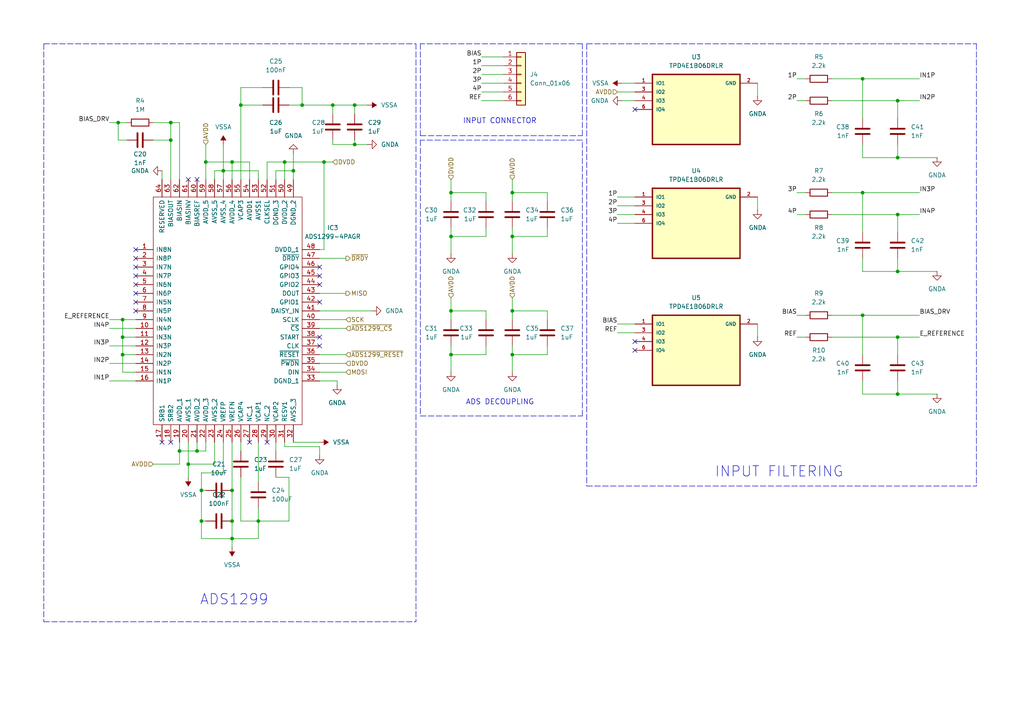
<source format=kicad_sch>
(kicad_sch (version 20231120) (generator "eeschema") (generator_version "8.0")
  (paper "A4")
  (lib_symbols
    (symbol "ADS1299-4PAGR:ADS1299-4PAGR" (pin_names (offset 0.762))
      (property "Reference" "IC" (at 49.53 20.32 0))
      (property "Value" "ADS1299-4PAGR" (at 49.53 17.78 0))
      (symbol "ADS1299-4PAGR_0_0"
        (pin passive line (at 0 0 0) (length 5.08) (name "IN8N") (number "1"))
        (pin passive line (at 0 -22.86 0) (length 5.08) (name "IN4P") (number "10"))
        (pin passive line (at 0 -25.4 0) (length 5.08) (name "IN3N") (number "11"))
        (pin passive line (at 0 -27.94 0) (length 5.08) (name "IN3P") (number "12"))
        (pin passive line (at 0 -30.48 0) (length 5.08) (name "IN2N") (number "13"))
        (pin passive line (at 0 -33.02 0) (length 5.08) (name "IN2P") (number "14"))
        (pin passive line (at 0 -35.56 0) (length 5.08) (name "IN1N") (number "15"))
        (pin passive line (at 0 -38.1 0) (length 5.08) (name "IN1P") (number "16"))
        (pin passive line (at 7.62 -55.88 90) (length 5.08) (name "SRB1") (number "17"))
        (pin passive line (at 10.16 -55.88 90) (length 5.08) (name "SRB2") (number "18"))
        (pin passive line (at 12.7 -55.88 90) (length 5.08) (name "AVDD_1") (number "19"))
        (pin passive line (at 0 -2.54 0) (length 5.08) (name "IN8P") (number "2"))
        (pin passive line (at 15.24 -55.88 90) (length 5.08) (name "AVSS_1") (number "20"))
        (pin passive line (at 17.78 -55.88 90) (length 5.08) (name "AVDD_2") (number "21"))
        (pin passive line (at 20.32 -55.88 90) (length 5.08) (name "AVDD_3") (number "22"))
        (pin passive line (at 22.86 -55.88 90) (length 5.08) (name "AVSS_2") (number "23"))
        (pin passive line (at 25.4 -55.88 90) (length 5.08) (name "VREFP") (number "24"))
        (pin passive line (at 27.94 -55.88 90) (length 5.08) (name "VREFN") (number "25"))
        (pin passive line (at 30.48 -55.88 90) (length 5.08) (name "VCAP4") (number "26"))
        (pin passive line (at 33.02 -55.88 90) (length 5.08) (name "NC_1") (number "27"))
        (pin passive line (at 35.56 -55.88 90) (length 5.08) (name "VCAP1") (number "28"))
        (pin passive line (at 38.1 -55.88 90) (length 5.08) (name "NC_2") (number "29"))
        (pin passive line (at 0 -5.08 0) (length 5.08) (name "IN7N") (number "3"))
        (pin passive line (at 40.64 -55.88 90) (length 5.08) (name "VCAP2") (number "30"))
        (pin passive line (at 43.18 -55.88 90) (length 5.08) (name "RESV1") (number "31"))
        (pin passive line (at 45.72 -55.88 90) (length 5.08) (name "AVSS_3") (number "32"))
        (pin passive line (at 53.34 -38.1 180) (length 5.08) (name "DGND_1") (number "33"))
        (pin passive line (at 53.34 -35.56 180) (length 5.08) (name "DIN") (number "34"))
        (pin passive line (at 53.34 -33.02 180) (length 5.08) (name "~{PWDN}") (number "35"))
        (pin passive line (at 53.34 -30.48 180) (length 5.08) (name "~{RESET}") (number "36"))
        (pin passive line (at 53.34 -27.94 180) (length 5.08) (name "CLK") (number "37"))
        (pin passive line (at 53.34 -25.4 180) (length 5.08) (name "START") (number "38"))
        (pin passive line (at 53.34 -22.86 180) (length 5.08) (name "~{CS}") (number "39"))
        (pin passive line (at 0 -7.62 0) (length 5.08) (name "IN7P") (number "4"))
        (pin passive line (at 53.34 -20.32 180) (length 5.08) (name "SCLK") (number "40"))
        (pin passive line (at 53.34 -17.78 180) (length 5.08) (name "DAISY_IN") (number "41"))
        (pin passive line (at 53.34 -15.24 180) (length 5.08) (name "GPIO1") (number "42"))
        (pin passive line (at 53.34 -12.7 180) (length 5.08) (name "DOUT") (number "43"))
        (pin passive line (at 53.34 -10.16 180) (length 5.08) (name "GPIO2") (number "44"))
        (pin passive line (at 53.34 -7.62 180) (length 5.08) (name "GPIO3") (number "45"))
        (pin passive line (at 53.34 -5.08 180) (length 5.08) (name "GPIO4") (number "46"))
        (pin passive line (at 53.34 -2.54 180) (length 5.08) (name "~{DRDY}") (number "47"))
        (pin passive line (at 53.34 0 180) (length 5.08) (name "DVDD_1") (number "48"))
        (pin passive line (at 45.72 20.32 270) (length 5.08) (name "DGND_2") (number "49"))
        (pin passive line (at 0 -10.16 0) (length 5.08) (name "IN6N") (number "5"))
        (pin passive line (at 43.18 20.32 270) (length 5.08) (name "DVDD_2") (number "50"))
        (pin passive line (at 40.64 20.32 270) (length 5.08) (name "DGND_3") (number "51"))
        (pin passive line (at 38.1 20.32 270) (length 5.08) (name "CLKSEL") (number "52"))
        (pin passive line (at 35.56 20.32 270) (length 5.08) (name "AVSS1") (number "53"))
        (pin passive line (at 33.02 20.32 270) (length 5.08) (name "AVDD1") (number "54"))
        (pin passive line (at 30.48 20.32 270) (length 5.08) (name "VCAP3") (number "55"))
        (pin passive line (at 27.94 20.32 270) (length 5.08) (name "AVDD_4") (number "56"))
        (pin passive line (at 25.4 20.32 270) (length 5.08) (name "AVSS_4") (number "57"))
        (pin passive line (at 22.86 20.32 270) (length 5.08) (name "AVSS_5") (number "58"))
        (pin passive line (at 20.32 20.32 270) (length 5.08) (name "AVDD_5") (number "59"))
        (pin passive line (at 0 -12.7 0) (length 5.08) (name "IN6P") (number "6"))
        (pin passive line (at 17.78 20.32 270) (length 5.08) (name "BIASREF") (number "60"))
        (pin passive line (at 15.24 20.32 270) (length 5.08) (name "BIASINV") (number "61"))
        (pin passive line (at 12.7 20.32 270) (length 5.08) (name "BIASIN") (number "62"))
        (pin passive line (at 10.16 20.32 270) (length 5.08) (name "BIASOUT") (number "63"))
        (pin passive line (at 7.62 20.32 270) (length 5.08) (name "RESERVED") (number "64"))
        (pin passive line (at 0 -15.24 0) (length 5.08) (name "IN5N") (number "7"))
        (pin passive line (at 0 -17.78 0) (length 5.08) (name "IN5P") (number "8"))
        (pin passive line (at 0 -20.32 0) (length 5.08) (name "IN4N") (number "9"))
      )
    )
    (symbol "Connector_Generic:Conn_01x06" (pin_names (offset 1.016) hide)
      (property "Reference" "J" (at 0 7.62 0))
      (property "Value" "Conn_01x06" (at 0 -10.16 0))
      (symbol "Conn_01x06_1_1"
        (pin passive line (at -5.08 5.08 0) (length 3.81) (name "Pin_1") (number "1"))
        (pin passive line (at -5.08 2.54 0) (length 3.81) (name "Pin_2") (number "2"))
        (pin passive line (at -5.08 0 0) (length 3.81) (name "Pin_3") (number "3"))
        (pin passive line (at -5.08 -2.54 0) (length 3.81) (name "Pin_4") (number "4"))
        (pin passive line (at -5.08 -5.08 0) (length 3.81) (name "Pin_5") (number "5"))
        (pin passive line (at -5.08 -7.62 0) (length 3.81) (name "Pin_6") (number "6"))
      )
    )
    (symbol "Device:C" (pin_numbers hide) (pin_names (offset 0.254))
      (property "Reference" "C" (at 0.635 2.54 0))
      (property "Value" "C" (at 0.635 -2.54 0))
      (symbol "C_1_1"
        (pin passive line (at 0 3.81 270) (length 2.794) (name "~") (number "1"))
        (pin passive line (at 0 -3.81 90) (length 2.794) (name "~") (number "2"))
      )
    )
    (symbol "Device:R" (pin_numbers hide) (pin_names (offset 0))
      (property "Reference" "R" (at 2.032 0 90))
      (property "Value" "R" (at 0 0 90))
      (symbol "R_1_1"
        (pin passive line (at 0 3.81 270) (length 1.27) (name "~") (number "1"))
        (pin passive line (at 0 -3.81 90) (length 1.27) (name "~") (number "2"))
      )
    )
    (symbol "TPD4E1B06DRLR:TPD4E1B06DRLR" (pin_names (offset 1.016))
      (property "Reference" "U" (at -12.7 11.16 0))
      (property "Value" "TPD4E1B06DRLR" (at -12.7 -14.16 0))
      (symbol "TPD4E1B06DRLR_0_0"
        (pin bidirectional line (at -17.78 7.62 0) (length 5.08) (name "IO1") (number "1"))
        (pin power_in line (at 17.78 7.62 180) (length 5.08) (name "GND") (number "2"))
        (pin bidirectional line (at -17.78 5.08 0) (length 5.08) (name "IO2") (number "3"))
        (pin bidirectional line (at -17.78 2.54 0) (length 5.08) (name "IO3") (number "4"))
        (pin bidirectional line (at -17.78 0 0) (length 5.08) (name "IO4") (number "6"))
      )
    )
    (symbol "power:GNDA" (power) (pin_numbers hide) (pin_names (offset 0) hide)
      (property "Value" "GNDA" (at 0 -3.81 0))
      (symbol "GNDA_1_1"
        (pin power_in line (at 0 0 270) (length 0) (name "~") (number "1"))
      )
    )
    (symbol "power:VSSA" (power) (pin_numbers hide) (pin_names (offset 0) hide)
      (property "Value" "VSSA" (at 0 3.556 0))
      (symbol "VSSA_1_1"
        (pin power_in line (at 0 0 90) (length 0) (name "~") (number "1"))
      )
    )
  )
  (junction (at 35.56 102.87))
  (junction (at 67.31 142.24))
  (junction (at 260.35 62.23))
  (junction (at 57.15 130.81))
  (junction (at 67.31 156.21))
  (junction (at 260.35 45.72))
  (junction (at 102.87 30.48))
  (junction (at 52.07 130.81))
  (junction (at 260.35 78.74))
  (junction (at 148.59 90.17))
  (junction (at 74.93 151.13))
  (junction (at 96.52 30.48))
  (junction (at 35.56 92.71))
  (junction (at 54.61 134.62))
  (junction (at 102.87 41.91))
  (junction (at 58.42 151.13))
  (junction (at 82.55 46.99))
  (junction (at 260.35 114.3))
  (junction (at 49.53 40.64))
  (junction (at 49.53 35.56))
  (junction (at 93.98 46.99))
  (junction (at 69.85 30.48))
  (junction (at 250.19 22.86))
  (junction (at 35.56 97.79))
  (junction (at 130.81 68.58))
  (junction (at 67.31 46.99))
  (junction (at 87.63 30.48))
  (junction (at 85.09 49.53))
  (junction (at 64.77 49.53))
  (junction (at 260.35 97.79))
  (junction (at 34.29 35.56))
  (junction (at 148.59 68.58))
  (junction (at 250.19 91.44))
  (junction (at 58.42 142.24))
  (junction (at 148.59 102.87))
  (junction (at 67.31 151.13))
  (junction (at 130.81 102.87))
  (junction (at 130.81 90.17))
  (junction (at 148.59 55.88))
  (junction (at 130.81 55.88))
  (junction (at 250.19 55.88))
  (junction (at 260.35 29.21))
  (junction (at 59.69 46.99))
  (no_connect (at 77.47 128.27))
  (no_connect (at 92.71 87.63))
  (no_connect (at 39.37 77.47))
  (no_connect (at 92.71 80.01))
  (no_connect (at 39.37 80.01))
  (no_connect (at 184.15 101.6))
  (no_connect (at 57.15 52.07))
  (no_connect (at 39.37 85.09))
  (no_connect (at 92.71 97.79))
  (no_connect (at 92.71 100.33))
  (no_connect (at 54.61 52.07))
  (no_connect (at 72.39 128.27))
  (no_connect (at 39.37 82.55))
  (no_connect (at 39.37 87.63))
  (no_connect (at 184.15 31.75))
  (no_connect (at 184.15 99.06))
  (no_connect (at 39.37 72.39))
  (no_connect (at 49.53 128.27))
  (no_connect (at 92.71 82.55))
  (no_connect (at 46.99 128.27))
  (no_connect (at 92.71 77.47))
  (no_connect (at 39.37 74.93))
  (no_connect (at 39.37 90.17))
  (wire (pts (xy 148.59 66.04) (xy 148.59 68.58)))
  (wire (pts (xy 219.71 24.13) (xy 219.71 27.94)))
  (polyline (pts (xy 168.91 12.7) (xy 121.92 12.7)) (stroke (width 0) (type dash)))
  (wire (pts (xy 35.56 97.79) (xy 39.37 97.79)))
  (wire (pts (xy 130.81 58.42) (xy 130.81 55.88)))
  (wire (pts (xy 85.09 44.45) (xy 85.09 49.53)))
  (wire (pts (xy 74.93 52.07) (xy 74.93 49.53)))
  (wire (pts (xy 96.52 41.91) (xy 102.87 41.91)))
  (wire (pts (xy 260.35 97.79) (xy 266.7 97.79)))
  (wire (pts (xy 130.81 86.36) (xy 130.81 90.17)))
  (wire (pts (xy 260.35 114.3) (xy 271.78 114.3)))
  (wire (pts (xy 260.35 97.79) (xy 260.35 102.87)))
  (wire (pts (xy 241.3 29.21) (xy 260.35 29.21)))
  (wire (pts (xy 54.61 134.62) (xy 54.61 128.27)))
  (wire (pts (xy 69.85 30.48) (xy 69.85 52.07)))
  (wire (pts (xy 139.7 21.59) (xy 146.05 21.59)))
  (wire (pts (xy 72.39 52.07) (xy 72.39 46.99)))
  (wire (pts (xy 77.47 46.99) (xy 82.55 46.99)))
  (wire (pts (xy 231.14 91.44) (xy 233.68 91.44)))
  (wire (pts (xy 92.71 92.71) (xy 100.33 92.71)))
  (wire (pts (xy 260.35 62.23) (xy 260.35 67.31)))
  (wire (pts (xy 250.19 91.44) (xy 266.7 91.44)))
  (wire (pts (xy 179.07 59.69) (xy 184.15 59.69)))
  (wire (pts (xy 67.31 128.27) (xy 67.31 142.24)))
  (wire (pts (xy 148.59 58.42) (xy 148.59 55.88)))
  (wire (pts (xy 92.71 129.54) (xy 92.71 132.08)))
  (wire (pts (xy 82.55 46.99) (xy 93.98 46.99)))
  (wire (pts (xy 52.07 128.27) (xy 52.07 130.81)))
  (wire (pts (xy 130.81 92.71) (xy 130.81 90.17)))
  (wire (pts (xy 140.97 102.87) (xy 140.97 100.33)))
  (wire (pts (xy 93.98 46.99) (xy 93.98 72.39)))
  (wire (pts (xy 44.45 35.56) (xy 49.53 35.56)))
  (wire (pts (xy 158.75 102.87) (xy 158.75 100.33)))
  (wire (pts (xy 140.97 90.17) (xy 140.97 92.71)))
  (wire (pts (xy 250.19 41.91) (xy 250.19 45.72)))
  (wire (pts (xy 260.35 29.21) (xy 260.35 34.29)))
  (wire (pts (xy 139.7 19.05) (xy 146.05 19.05)))
  (wire (pts (xy 83.82 25.4) (xy 87.63 25.4)))
  (wire (pts (xy 139.7 16.51) (xy 146.05 16.51)))
  (wire (pts (xy 58.42 156.21) (xy 58.42 151.13)))
  (wire (pts (xy 59.69 52.07) (xy 59.69 46.99)))
  (wire (pts (xy 148.59 86.36) (xy 148.59 90.17)))
  (wire (pts (xy 250.19 74.93) (xy 250.19 78.74)))
  (wire (pts (xy 250.19 55.88) (xy 250.19 67.31)))
  (wire (pts (xy 97.79 110.49) (xy 97.79 111.76)))
  (wire (pts (xy 260.35 41.91) (xy 260.35 45.72)))
  (wire (pts (xy 49.53 35.56) (xy 49.53 40.64)))
  (wire (pts (xy 76.2 25.4) (xy 69.85 25.4)))
  (wire (pts (xy 130.81 90.17) (xy 140.97 90.17)))
  (wire (pts (xy 130.81 100.33) (xy 130.81 102.87)))
  (wire (pts (xy 69.85 30.48) (xy 76.2 30.48)))
  (polyline (pts (xy 170.18 140.97) (xy 283.21 140.97)) (stroke (width 0) (type dash)))
  (wire (pts (xy 87.63 30.48) (xy 83.82 30.48)))
  (wire (pts (xy 69.85 128.27) (xy 69.85 130.81)))
  (wire (pts (xy 148.59 55.88) (xy 158.75 55.88)))
  (wire (pts (xy 130.81 55.88) (xy 140.97 55.88)))
  (wire (pts (xy 52.07 130.81) (xy 52.07 134.62)))
  (wire (pts (xy 158.75 90.17) (xy 158.75 92.71)))
  (polyline (pts (xy 12.7 12.7) (xy 12.7 180.34)) (stroke (width 0) (type dash)))
  (wire (pts (xy 180.34 24.13) (xy 184.15 24.13)))
  (wire (pts (xy 67.31 46.99) (xy 67.31 52.07)))
  (polyline (pts (xy 168.91 39.37) (xy 168.91 12.7)) (stroke (width 0) (type dash)))
  (wire (pts (xy 250.19 114.3) (xy 260.35 114.3)))
  (wire (pts (xy 260.35 78.74) (xy 271.78 78.74)))
  (wire (pts (xy 130.81 102.87) (xy 130.81 107.95)))
  (wire (pts (xy 67.31 156.21) (xy 67.31 158.75)))
  (wire (pts (xy 92.71 95.25) (xy 100.33 95.25)))
  (wire (pts (xy 67.31 151.13) (xy 67.31 156.21)))
  (wire (pts (xy 36.83 40.64) (xy 34.29 40.64)))
  (wire (pts (xy 80.01 138.43) (xy 83.82 138.43)))
  (wire (pts (xy 31.75 92.71) (xy 35.56 92.71)))
  (wire (pts (xy 35.56 97.79) (xy 35.56 92.71)))
  (polyline (pts (xy 170.18 12.7) (xy 170.18 140.97)) (stroke (width 0) (type dash)))
  (wire (pts (xy 130.81 68.58) (xy 140.97 68.58)))
  (wire (pts (xy 64.77 128.27) (xy 64.77 137.16)))
  (wire (pts (xy 130.81 52.07) (xy 130.81 55.88)))
  (wire (pts (xy 250.19 45.72) (xy 260.35 45.72)))
  (wire (pts (xy 179.07 93.98) (xy 184.15 93.98)))
  (wire (pts (xy 80.01 49.53) (xy 85.09 49.53)))
  (wire (pts (xy 231.14 62.23) (xy 233.68 62.23)))
  (wire (pts (xy 49.53 40.64) (xy 49.53 52.07)))
  (wire (pts (xy 102.87 30.48) (xy 106.68 30.48)))
  (wire (pts (xy 80.01 128.27) (xy 80.01 130.81)))
  (wire (pts (xy 34.29 40.64) (xy 34.29 35.56)))
  (wire (pts (xy 52.07 35.56) (xy 49.53 35.56)))
  (wire (pts (xy 260.35 74.93) (xy 260.35 78.74)))
  (wire (pts (xy 241.3 22.86) (xy 250.19 22.86)))
  (polyline (pts (xy 121.92 120.65) (xy 168.91 120.65)) (stroke (width 0) (type dash)))
  (wire (pts (xy 92.71 90.17) (xy 107.95 90.17)))
  (wire (pts (xy 148.59 90.17) (xy 158.75 90.17)))
  (wire (pts (xy 179.07 96.52) (xy 184.15 96.52)))
  (wire (pts (xy 69.85 138.43) (xy 69.85 151.13)))
  (wire (pts (xy 77.47 52.07) (xy 77.47 46.99)))
  (wire (pts (xy 180.34 29.21) (xy 184.15 29.21)))
  (wire (pts (xy 58.42 151.13) (xy 59.69 151.13)))
  (wire (pts (xy 148.59 68.58) (xy 148.59 73.66)))
  (wire (pts (xy 31.75 110.49) (xy 39.37 110.49)))
  (wire (pts (xy 62.23 128.27) (xy 62.23 134.62)))
  (wire (pts (xy 102.87 30.48) (xy 102.87 33.02)))
  (wire (pts (xy 139.7 24.13) (xy 146.05 24.13)))
  (wire (pts (xy 148.59 102.87) (xy 158.75 102.87)))
  (wire (pts (xy 139.7 26.67) (xy 146.05 26.67)))
  (wire (pts (xy 39.37 107.95) (xy 35.56 107.95)))
  (wire (pts (xy 148.59 68.58) (xy 158.75 68.58)))
  (wire (pts (xy 250.19 91.44) (xy 250.19 102.87)))
  (wire (pts (xy 83.82 138.43) (xy 83.82 151.13)))
  (wire (pts (xy 67.31 156.21) (xy 58.42 156.21)))
  (wire (pts (xy 231.14 22.86) (xy 233.68 22.86)))
  (wire (pts (xy 250.19 22.86) (xy 250.19 34.29)))
  (polyline (pts (xy 170.18 12.7) (xy 283.21 12.7)) (stroke (width 0) (type dash)))
  (wire (pts (xy 44.45 40.64) (xy 49.53 40.64)))
  (wire (pts (xy 130.81 102.87) (xy 140.97 102.87)))
  (wire (pts (xy 34.29 35.56) (xy 36.83 35.56)))
  (wire (pts (xy 139.7 29.21) (xy 146.05 29.21)))
  (wire (pts (xy 58.42 137.16) (xy 58.42 142.24)))
  (polyline (pts (xy 12.7 12.7) (xy 120.65 12.7)) (stroke (width 0) (type dash)))
  (wire (pts (xy 59.69 130.81) (xy 59.69 128.27)))
  (wire (pts (xy 241.3 91.44) (xy 250.19 91.44)))
  (wire (pts (xy 158.75 68.58) (xy 158.75 66.04)))
  (wire (pts (xy 92.71 105.41) (xy 100.33 105.41)))
  (wire (pts (xy 64.77 49.53) (xy 64.77 52.07)))
  (wire (pts (xy 74.93 151.13) (xy 83.82 151.13)))
  (wire (pts (xy 54.61 134.62) (xy 54.61 138.43)))
  (wire (pts (xy 250.19 110.49) (xy 250.19 114.3)))
  (wire (pts (xy 93.98 46.99) (xy 96.52 46.99)))
  (wire (pts (xy 219.71 93.98) (xy 219.71 97.79)))
  (wire (pts (xy 85.09 49.53) (xy 85.09 52.07)))
  (wire (pts (xy 64.77 137.16) (xy 58.42 137.16)))
  (wire (pts (xy 35.56 107.95) (xy 35.56 102.87)))
  (wire (pts (xy 92.71 102.87) (xy 100.33 102.87)))
  (wire (pts (xy 74.93 128.27) (xy 74.93 139.7)))
  (wire (pts (xy 67.31 156.21) (xy 74.93 156.21)))
  (wire (pts (xy 106.68 41.91) (xy 102.87 41.91)))
  (wire (pts (xy 260.35 29.21) (xy 266.7 29.21)))
  (wire (pts (xy 62.23 49.53) (xy 64.77 49.53)))
  (wire (pts (xy 67.31 142.24) (xy 67.31 151.13)))
  (wire (pts (xy 92.71 107.95) (xy 100.33 107.95)))
  (wire (pts (xy 250.19 78.74) (xy 260.35 78.74)))
  (wire (pts (xy 35.56 102.87) (xy 35.56 97.79)))
  (wire (pts (xy 67.31 46.99) (xy 72.39 46.99)))
  (wire (pts (xy 231.14 55.88) (xy 233.68 55.88)))
  (wire (pts (xy 219.71 57.15) (xy 219.71 60.96)))
  (wire (pts (xy 58.42 142.24) (xy 59.69 142.24)))
  (wire (pts (xy 69.85 25.4) (xy 69.85 30.48)))
  (wire (pts (xy 179.07 26.67) (xy 184.15 26.67)))
  (wire (pts (xy 130.81 66.04) (xy 130.81 68.58)))
  (wire (pts (xy 87.63 25.4) (xy 87.63 30.48)))
  (wire (pts (xy 35.56 102.87) (xy 39.37 102.87)))
  (wire (pts (xy 140.97 55.88) (xy 140.97 58.42)))
  (wire (pts (xy 82.55 129.54) (xy 92.71 129.54)))
  (polyline (pts (xy 121.92 40.64) (xy 121.92 120.65)) (stroke (width 0) (type dash)))
  (wire (pts (xy 92.71 85.09) (xy 100.33 85.09)))
  (wire (pts (xy 148.59 92.71) (xy 148.59 90.17)))
  (polyline (pts (xy 120.65 12.7) (xy 120.65 180.34)) (stroke (width 0) (type dash)))
  (polyline (pts (xy 168.91 120.65) (xy 168.91 40.64)) (stroke (width 0) (type dash)))
  (wire (pts (xy 130.81 68.58) (xy 130.81 73.66)))
  (wire (pts (xy 250.19 22.86) (xy 266.7 22.86)))
  (wire (pts (xy 74.93 147.32) (xy 74.93 151.13)))
  (wire (pts (xy 241.3 97.79) (xy 260.35 97.79)))
  (wire (pts (xy 59.69 46.99) (xy 67.31 46.99)))
  (wire (pts (xy 31.75 95.25) (xy 39.37 95.25)))
  (wire (pts (xy 179.07 57.15) (xy 184.15 57.15)))
  (wire (pts (xy 82.55 46.99) (xy 82.55 52.07)))
  (polyline (pts (xy 121.92 12.7) (xy 121.92 39.37)) (stroke (width 0) (type dash)))
  (wire (pts (xy 92.71 110.49) (xy 97.79 110.49)))
  (wire (pts (xy 93.98 72.39) (xy 92.71 72.39)))
  (wire (pts (xy 148.59 102.87) (xy 148.59 107.95)))
  (wire (pts (xy 241.3 55.88) (xy 250.19 55.88)))
  (wire (pts (xy 96.52 30.48) (xy 102.87 30.48)))
  (wire (pts (xy 241.3 62.23) (xy 260.35 62.23)))
  (wire (pts (xy 62.23 52.07) (xy 62.23 49.53)))
  (wire (pts (xy 35.56 92.71) (xy 39.37 92.71)))
  (wire (pts (xy 59.69 41.91) (xy 59.69 46.99)))
  (wire (pts (xy 250.19 55.88) (xy 266.7 55.88)))
  (wire (pts (xy 46.99 49.53) (xy 46.99 52.07)))
  (wire (pts (xy 231.14 97.79) (xy 233.68 97.79)))
  (wire (pts (xy 52.07 130.81) (xy 57.15 130.81)))
  (wire (pts (xy 31.75 105.41) (xy 39.37 105.41)))
  (wire (pts (xy 85.09 128.27) (xy 92.71 128.27)))
  (wire (pts (xy 69.85 151.13) (xy 74.93 151.13)))
  (wire (pts (xy 179.07 64.77) (xy 184.15 64.77)))
  (wire (pts (xy 82.55 128.27) (xy 82.55 129.54)))
  (polyline (pts (xy 168.91 40.64) (xy 121.92 40.64)) (stroke (width 0) (type dash)))
  (wire (pts (xy 102.87 40.64) (xy 102.87 41.91)))
  (wire (pts (xy 148.59 52.07) (xy 148.59 55.88)))
  (wire (pts (xy 57.15 128.27) (xy 57.15 130.81)))
  (wire (pts (xy 140.97 68.58) (xy 140.97 66.04)))
  (polyline (pts (xy 12.7 180.34) (xy 120.65 180.34)) (stroke (width 0) (type dash)))
  (wire (pts (xy 92.71 74.93) (xy 100.33 74.93)))
  (wire (pts (xy 31.75 35.56) (xy 34.29 35.56)))
  (polyline (pts (xy 121.92 39.37) (xy 168.91 39.37)) (stroke (width 0) (type dash)))
  (wire (pts (xy 179.07 62.23) (xy 184.15 62.23)))
  (wire (pts (xy 260.35 45.72) (xy 271.78 45.72)))
  (wire (pts (xy 74.93 49.53) (xy 64.77 49.53)))
  (polyline (pts (xy 283.21 12.7) (xy 283.21 140.97)) (stroke (width 0) (type dash)))
  (wire (pts (xy 57.15 130.81) (xy 59.69 130.81)))
  (wire (pts (xy 96.52 30.48) (xy 96.52 33.02)))
  (wire (pts (xy 260.35 62.23) (xy 266.7 62.23)))
  (wire (pts (xy 260.35 110.49) (xy 260.35 114.3)))
  (wire (pts (xy 58.42 142.24) (xy 58.42 151.13)))
  (wire (pts (xy 148.59 100.33) (xy 148.59 102.87)))
  (wire (pts (xy 96.52 40.64) (xy 96.52 41.91)))
  (wire (pts (xy 80.01 52.07) (xy 80.01 49.53)))
  (wire (pts (xy 158.75 55.88) (xy 158.75 58.42)))
  (wire (pts (xy 31.75 100.33) (xy 39.37 100.33)))
  (wire (pts (xy 87.63 30.48) (xy 96.52 30.48)))
  (wire (pts (xy 52.07 134.62) (xy 44.45 134.62)))
  (wire (pts (xy 64.77 41.91) (xy 64.77 49.53)))
  (wire (pts (xy 62.23 134.62) (xy 54.61 134.62)))
  (wire (pts (xy 231.14 29.21) (xy 233.68 29.21)))
  (wire (pts (xy 52.07 52.07) (xy 52.07 35.56)))
  (wire (pts (xy 74.93 151.13) (xy 74.93 156.21)))
  (text "ADS DECOUPLING" (at 154.94 117.602 0) (effects (font (size 1.524 1.524)) (justify right bottom)))
  (text "ADS1299" (at 57.912 175.768 0) (effects (font (size 2.9972 2.9972)) (justify left bottom)))
  (text "INPUT CONNECTOR" (at 155.702 36.068 0) (effects (font (size 1.524 1.524)) (justify right bottom)))
  (text "INPUT FILTERING" (at 207.264 138.684 0) (effects (font (size 2.9972 2.9972)) (justify left bottom)))
  (label "IN1P" (at 31.75 110.49 180))
  (label "4P" (at 139.7 26.67 180))
  (label "1P" (at 139.7 19.05 180))
  (label "3P" (at 231.14 55.88 180))
  (label "BIAS" (at 139.7 16.51 180))
  (label "REF" (at 231.14 97.79 180))
  (label "2P" (at 139.7 21.59 180))
  (label "E_REFERENCE" (at 31.75 92.71 180))
  (label "2P" (at 179.07 59.69 180))
  (label "IN4P" (at 31.75 95.25 180))
  (label "BIAS" (at 231.14 91.44 180))
  (label "1P" (at 179.07 57.15 180))
  (label "IN2P" (at 266.7 29.21 0))
  (label "IN3P" (at 31.75 100.33 180))
  (label "IN1P" (at 266.7 22.86 0))
  (label "E_REFERENCE" (at 266.7 97.79 0))
  (label "IN4P" (at 266.7 62.23 0))
  (label "4P" (at 179.07 64.77 180))
  (label "4P" (at 231.14 62.23 180))
  (label "3P" (at 139.7 24.13 180))
  (label "IN2P" (at 31.75 105.41 180))
  (label "1P" (at 231.14 22.86 180))
  (label "BIAS" (at 179.07 93.98 180))
  (label "BIAS_DRV" (at 266.7 91.44 0))
  (label "BIAS_DRV" (at 31.75 35.56 180))
  (label "3P" (at 179.07 62.23 180))
  (label "2P" (at 231.14 29.21 180))
  (label "REF" (at 139.7 29.21 180))
  (label "IN3P" (at 266.7 55.88 0))
  (label "REF" (at 179.07 96.52 180))
  (hierarchical_label "DVDD" (shape input) (at 130.81 52.07 90))
  (hierarchical_label "AVDD" (shape input) (at 59.69 41.91 90))
  (hierarchical_label "~{ADS1299_CS}" (shape input) (at 100.33 95.25 0))
  (hierarchical_label "AVDD" (shape input) (at 44.45 134.62 180))
  (hierarchical_label "SCK" (shape input) (at 100.33 92.71 0))
  (hierarchical_label "AVDD" (shape input) (at 148.59 86.36 90))
  (hierarchical_label "AVDD" (shape input) (at 148.59 52.07 90))
  (hierarchical_label "DVDD" (shape input) (at 96.52 46.99 0))
  (hierarchical_label "~{ADS1299_RESET}" (shape input) (at 100.33 102.87 0))
  (hierarchical_label "~{DRDY}" (shape output) (at 100.33 74.93 0))
  (hierarchical_label "MOSI" (shape input) (at 100.33 107.95 0))
  (hierarchical_label "MISO" (shape output) (at 100.33 85.09 0))
  (hierarchical_label "AVDD" (shape input) (at 130.81 86.36 90))
  (hierarchical_label "AVDD" (shape input) (at 179.07 26.67 180))
  (hierarchical_label "DVDD" (shape input) (at 100.33 105.41 0))
  (symbol (lib_id "power:GNDA") (at 271.78 114.3 0) (unit 1)
    (property "Reference" "#PWR043" (effects (hide yes)))
    (property "Value" "GNDA" (at 271.78 119.38 0))
    (property "Description" "Power symbol creates a global label with name \"GNDA\" , analog ground" (effects (hide yes)))
  )
  (symbol (lib_id "Device:C") (at 80.01 30.48 90) (unit 1)
    (property "Reference" "C26" (at 80.01 35.56 90))
    (property "Value" "1uF" (at 80.01 38.1 90))
    (property "Footprint" "Capacitor_SMD:C_0402_1005Metric" (effects (hide yes)))
    (property "Description" "10V 1uF X5R ±10% 0402  Multilayer Ceramic Capacitors MLCC - SMD/SMT ROHS" (effects (hide yes)))
    (property "Type" "Surface Mount " (effects (hide yes)))
    (property "Package" "0402 (1005 Metric)" (effects (hide yes)))
    (property "MANUFACTURER" "Murata Electronics" (effects (hide yes)))
    (property "MANUFACTURER_PART_NUMBER" "GRM155R61A105KE15D" (effects (hide yes)))
  )
  (symbol (lib_id "Device:C") (at 260.35 71.12 180) (unit 1)
    (property "Reference" "C42" (at 264.16 69.8499 0) (effects (justify right)))
    (property "Value" "1nF" (at 264.16 72.3899 0) (effects (justify right)))
    (property "Footprint" "Capacitor_SMD:C_0402_1005Metric" (effects (hide yes)))
    (property "Description" "50V 1nF X7R ±10% 0402  Multilayer Ceramic Capacitors MLCC - SMD/SMT ROHS" (effects (hide yes)))
    (property "Type" "Surface Mount " (effects (hide yes)))
    (property "Package" "0402 (1005 Metric)" (effects (hide yes)))
    (property "MANUFACTURER" "Murata Electronics" (effects (hide yes)))
    (property "MANUFACTURER_PART_NUMBER" "GRM155R71H102KA01D" (effects (hide yes)))
  )
  (symbol (lib_id "power:GNDA") (at 148.59 73.66 0) (unit 1)
    (property "Reference" "#PWR035" (effects (hide yes)))
    (property "Value" "GNDA" (at 148.59 78.74 0))
    (property "Description" "Power symbol creates a global label with name \"GNDA\" , analog ground" (effects (hide yes)))
  )
  (symbol (lib_id "power:GNDA") (at 46.99 49.53 270) (unit 1)
    (property "Reference" "#PWR027" (effects (hide yes)))
    (property "Value" "GNDA" (at 43.18 49.5299 90) (effects (justify right)))
    (property "Description" "Power symbol creates a global label with name \"GNDA\" , analog ground" (effects (hide yes)))
  )
  (symbol (lib_id "power:GNDA") (at 85.09 44.45 180) (unit 1)
    (property "Reference" "#PWR028" (effects (hide yes)))
    (property "Value" "GNDA" (at 85.09 39.37 0))
    (property "Description" "Power symbol creates a global label with name \"GNDA\" , analog ground" (effects (hide yes)))
  )
  (symbol (lib_id "Device:C") (at 148.59 62.23 180) (unit 1)
    (property "Reference" "C34" (at 152.4 60.9599 0) (effects (justify right)))
    (property "Value" "1uF" (at 152.4 63.4999 0) (effects (justify right)))
    (property "Footprint" "Capacitor_SMD:C_0402_1005Metric" (effects (hide yes)))
    (property "Description" "10V 1uF X5R ±10% 0402  Multilayer Ceramic Capacitors MLCC - SMD/SMT ROHS" (effects (hide yes)))
    (property "Type" "Surface Mount " (effects (hide yes)))
    (property "Package" "0402 (1005 Metric)" (effects (hide yes)))
    (property "MANUFACTURER" "Murata Electronics" (effects (hide yes)))
    (property "MANUFACTURER_PART_NUMBER" "GRM155R61A105KE15D" (effects (hide yes)))
  )
  (symbol (lib_id "power:VSSA") (at 64.77 41.91 0) (unit 1)
    (property "Reference" "#PWR045" (effects (hide yes)))
    (property "Value" "VSSA" (at 64.77 36.83 0))
    (property "Description" "Power symbol creates a global label with name \"VSSA\"" (effects (hide yes)))
  )
  (symbol (lib_id "Device:C") (at 96.52 36.83 180) (unit 1)
    (property "Reference" "C28" (at 90.424 35.56 0) (effects (justify right)))
    (property "Value" "1uF" (at 90.424 38.1 0) (effects (justify right)))
    (property "Footprint" "Capacitor_SMD:C_0402_1005Metric" (effects (hide yes)))
    (property "Description" "10V 1uF X5R ±10% 0402  Multilayer Ceramic Capacitors MLCC - SMD/SMT ROHS" (effects (hide yes)))
    (property "Type" "Surface Mount " (effects (hide yes)))
    (property "Package" "0402 (1005 Metric)" (effects (hide yes)))
    (property "MANUFACTURER" "Murata Electronics" (effects (hide yes)))
    (property "MANUFACTURER_PART_NUMBER" "GRM155R61A105KE15D" (effects (hide yes)))
  )
  (symbol (lib_id "Device:C") (at 80.01 25.4 90) (unit 1)
    (property "Reference" "C25" (at 80.01 17.78 90))
    (property "Value" "100nF" (at 80.01 20.32 90))
    (property "Footprint" "Capacitor_SMD:C_0402_1005Metric" (effects (hide yes)))
    (property "Description" "16V 100nF X7R ±10% 0402  Multilayer Ceramic Capacitors MLCC - SMD/SMT ROHS" (effects (hide yes)))
    (property "Type" "Surface Mount " (effects (hide yes)))
    (property "Package" "0402 (1005 Metric)" (effects (hide yes)))
    (property "MANUFACTURER" "Murata Electronics" (effects (hide yes)))
    (property "MANUFACTURER_PART_NUMBER" "GRM155R71C104KA88D" (effects (hide yes)))
  )
  (symbol (lib_id "Device:R") (at 237.49 62.23 90) (unit 1)
    (property "Reference" "R8" (at 237.49 66.04 90))
    (property "Value" "2.2k" (at 237.49 68.58 90))
    (property "Footprint" "Resistor_SMD:R_0402_1005Metric" (effects (hide yes)))
    (property "Description" "62.5mW Thick Film Resistors 50V ±100ppm/℃ ±1% 1MΩ 0402  Chip Resistor - Surface Mount ROHS" (effects (hide yes)))
    (property "Type" "Surface Mount " (effects (hide yes)))
    (property "MANUFACTURER" "YAGEO" (effects (hide yes)))
    (property "MANUFACTURER_PART_NUMBER" "RC0402FR-071ML" (effects (hide yes)))
    (property "Package" "0402 (1005 Metric)" (effects (hide yes)))
  )
  (symbol (lib_id "Device:R") (at 237.49 91.44 90) (unit 1)
    (property "Reference" "R9" (at 237.49 85.09 90))
    (property "Value" "2.2k" (at 237.49 87.63 90))
    (property "Footprint" "Resistor_SMD:R_0402_1005Metric" (effects (hide yes)))
    (property "Description" "62.5mW Thick Film Resistors 50V ±100ppm/℃ ±1% 1MΩ 0402  Chip Resistor - Surface Mount ROHS" (effects (hide yes)))
    (property "Type" "Surface Mount " (effects (hide yes)))
    (property "MANUFACTURER" "YAGEO" (effects (hide yes)))
    (property "MANUFACTURER_PART_NUMBER" "RC0402FR-071ML" (effects (hide yes)))
    (property "Package" "0402 (1005 Metric)" (effects (hide yes)))
  )
  (symbol (lib_id "power:GNDA") (at 219.71 60.96 0) (unit 1)
    (property "Reference" "#PWR039" (effects (hide yes)))
    (property "Value" "GNDA" (at 219.71 66.04 0))
    (property "Description" "Power symbol creates a global label with name \"GNDA\" , analog ground" (effects (hide yes)))
  )
  (symbol (lib_id "power:GNDA") (at 106.68 41.91 90) (unit 1)
    (property "Reference" "#PWR031" (effects (hide yes)))
    (property "Value" "GNDA" (at 110.49 41.9099 90) (effects (justify right)))
    (property "Description" "Power symbol creates a global label with name \"GNDA\" , analog ground" (effects (hide yes)))
  )
  (symbol (lib_id "Device:C") (at 250.19 38.1 180) (unit 1)
    (property "Reference" "C38" (at 246.38 36.8299 0) (effects (justify left)))
    (property "Value" "1nF" (at 246.38 39.3699 0) (effects (justify left)))
    (property "Footprint" "Capacitor_SMD:C_0402_1005Metric" (effects (hide yes)))
    (property "Description" "50V 1nF X7R ±10% 0402  Multilayer Ceramic Capacitors MLCC - SMD/SMT ROHS" (effects (hide yes)))
    (property "Type" "Surface Mount " (effects (hide yes)))
    (property "Package" "0402 (1005 Metric)" (effects (hide yes)))
    (property "MANUFACTURER" "Murata Electronics" (effects (hide yes)))
    (property "MANUFACTURER_PART_NUMBER" "GRM155R71H102KA01D" (effects (hide yes)))
  )
  (symbol (lib_id "Device:C") (at 148.59 96.52 180) (unit 1)
    (property "Reference" "C35" (at 152.4 95.2499 0) (effects (justify right)))
    (property "Value" "1uF" (at 152.4 97.7899 0) (effects (justify right)))
    (property "Footprint" "Capacitor_SMD:C_0402_1005Metric" (effects (hide yes)))
    (property "Description" "10V 1uF X5R ±10% 0402  Multilayer Ceramic Capacitors MLCC - SMD/SMT ROHS" (effects (hide yes)))
    (property "Type" "Surface Mount " (effects (hide yes)))
    (property "Package" "0402 (1005 Metric)" (effects (hide yes)))
    (property "MANUFACTURER" "Murata Electronics" (effects (hide yes)))
    (property "MANUFACTURER_PART_NUMBER" "GRM155R61A105KE15D" (effects (hide yes)))
  )
  (symbol (lib_id "power:VSSA") (at 54.61 138.43 180) (unit 1)
    (property "Reference" "#PWR047" (effects (hide yes)))
    (property "Value" "VSSA" (at 54.61 143.51 0))
    (property "Description" "Power symbol creates a global label with name \"VSSA\"" (effects (hide yes)))
  )
  (symbol (lib_id "Device:C") (at 69.85 134.62 0) (unit 1)
    (property "Reference" "C23" (at 73.66 133.3499 0) (effects (justify left)))
    (property "Value" "1uF" (at 73.66 135.8899 0) (effects (justify left)))
    (property "Footprint" "Capacitor_SMD:C_0402_1005Metric" (effects (hide yes)))
    (property "Description" "10V 1uF X5R ±10% 0402  Multilayer Ceramic Capacitors MLCC - SMD/SMT ROHS" (effects (hide yes)))
    (property "Type" "Surface Mount " (effects (hide yes)))
    (property "Package" "0402 (1005 Metric)" (effects (hide yes)))
    (property "MANUFACTURER" "Murata Electronics" (effects (hide yes)))
    (property "MANUFACTURER_PART_NUMBER" "GRM155R61A105KE15D" (effects (hide yes)))
  )
  (symbol (lib_id "Device:C") (at 140.97 96.52 180) (unit 1)
    (property "Reference" "C33" (at 137.16 95.2499 0) (effects (justify left)))
    (property "Value" "1uF" (at 137.16 97.7899 0) (effects (justify left)))
    (property "Footprint" "Capacitor_SMD:C_0402_1005Metric" (effects (hide yes)))
    (property "Description" "10V 1uF X5R ±10% 0402  Multilayer Ceramic Capacitors MLCC - SMD/SMT ROHS" (effects (hide yes)))
    (property "Type" "Surface Mount " (effects (hide yes)))
    (property "Package" "0402 (1005 Metric)" (effects (hide yes)))
    (property "MANUFACTURER" "Murata Electronics" (effects (hide yes)))
    (property "MANUFACTURER_PART_NUMBER" "GRM155R61A105KE15D" (effects (hide yes)))
  )
  (symbol (lib_id "power:GNDA") (at 219.71 27.94 0) (unit 1)
    (property "Reference" "#PWR038" (effects (hide yes)))
    (property "Value" "GNDA" (at 219.71 33.02 0))
    (property "Description" "Power symbol creates a global label with name \"GNDA\" , analog ground" (effects (hide yes)))
  )
  (symbol (lib_id "Device:C") (at 102.87 36.83 180) (unit 1)
    (property "Reference" "C29" (at 106.68 35.5599 0) (effects (justify right)))
    (property "Value" "1uF" (at 106.68 38.0999 0) (effects (justify right)))
    (property "Footprint" "Capacitor_SMD:C_0402_1005Metric" (effects (hide yes)))
    (property "Description" "10V 1uF X5R ±10% 0402  Multilayer Ceramic Capacitors MLCC - SMD/SMT ROHS" (effects (hide yes)))
    (property "Type" "Surface Mount " (effects (hide yes)))
    (property "Package" "0402 (1005 Metric)" (effects (hide yes)))
    (property "MANUFACTURER" "Murata Electronics" (effects (hide yes)))
    (property "MANUFACTURER_PART_NUMBER" "GRM155R61A105KE15D" (effects (hide yes)))
  )
  (symbol (lib_id "power:GNDA") (at 148.59 107.95 0) (unit 1)
    (property "Reference" "#PWR036" (effects (hide yes)))
    (property "Value" "GNDA" (at 148.59 113.03 0))
    (property "Description" "Power symbol creates a global label with name \"GNDA\" , analog ground" (effects (hide yes)))
  )
  (symbol (lib_id "power:GNDA") (at 130.81 107.95 0) (unit 1)
    (property "Reference" "#PWR034" (effects (hide yes)))
    (property "Value" "GNDA" (at 130.81 113.03 0))
    (property "Description" "Power symbol creates a global label with name \"GNDA\" , analog ground" (effects (hide yes)))
  )
  (symbol (lib_id "TPD4E1B06DRLR:TPD4E1B06DRLR") (at 201.93 64.77 0) (unit 1)
    (property "Reference" "U4" (at 201.93 49.53 0))
    (property "Value" "TPD4E1B06DRLR" (at 201.93 52.07 0))
    (property "Footprint" "TPD4E1B06DRLR:SOT50P160X60-6N" (effects (hide yes)))
    (property "Description" "3A@(8/20us) 45W 14.5V 7V 5.5V SOT(5x3)  Electrostatic and Surge Protection (TVS/ESD)" (effects (hide yes)))
    (property "MF" "Texas Instruments" (effects (hide yes)))
    (property "Description_1" "\nQuad 0.7-pF, ±5.5-V, ±12-kV ESD protection diode with 0.5-nA max leakage in SOT & SC70 packages\n" (effects (hide yes)))
    (property "Package" "SOT-5X3" (effects (hide yes)))
    (property "Price" "None" (effects (hide yes)))
    (property "SnapEDA_Link" "https://www.snapeda.com/parts/TPD4E1B06DRLR/Texas+Instruments/view-part/?ref=snap" (effects (hide yes)))
    (property "MP" "TPD4E1B06DRLR" (effects (hide yes)))
    (property "Purchase-URL" "https://www.snapeda.com/api/url_track_click_mouser/?unipart_id=286289&manufacturer=Texas Instruments&part_name=TPD4E1B06DRLR&search_term=tpd4e1b06drlr" (effects (hide yes)))
    (property "Availability" "In Stock" (effects (hide yes)))
    (property "Check_prices" "https://www.snapeda.com/parts/TPD4E1B06DRLR/Texas+Instruments/view-part/?ref=eda" (effects (hide yes)))
    (property "Type" "Surface Mount " (effects (hide yes)))
    (property "MANUFACTURER" "Texas Instruments " (effects (hide yes)))
    (property "MANUFACTURER_PART_NUMBER" "TPD4E1B06DRLR" (effects (hide yes)))
  )
  (symbol (lib_id "Device:R") (at 237.49 22.86 90) (unit 1)
    (property "Reference" "R5" (at 237.49 16.51 90))
    (property "Value" "2.2k" (at 237.49 19.05 90))
    (property "Footprint" "Resistor_SMD:R_0402_1005Metric" (effects (hide yes)))
    (property "Description" "62.5mW Thick Film Resistors 50V ±100ppm/℃ ±1% 1MΩ 0402  Chip Resistor - Surface Mount ROHS" (effects (hide yes)))
    (property "Type" "Surface Mount " (effects (hide yes)))
    (property "MANUFACTURER" "YAGEO" (effects (hide yes)))
    (property "MANUFACTURER_PART_NUMBER" "RC0402FR-071ML" (effects (hide yes)))
    (property "Package" "0402 (1005 Metric)" (effects (hide yes)))
  )
  (symbol (lib_id "power:GNDA") (at 97.79 111.76 0) (unit 1)
    (property "Reference" "#PWR030" (effects (hide yes)))
    (property "Value" "GNDA" (at 97.79 116.84 0))
    (property "Description" "Power symbol creates a global label with name \"GNDA\" , analog ground" (effects (hide yes)))
  )
  (symbol (lib_id "power:VSSA") (at 180.34 24.13 90) (unit 1)
    (property "Reference" "#PWR049" (effects (hide yes)))
    (property "Value" "VSSA" (at 176.53 24.1299 90) (effects (justify left)))
    (property "Description" "Power symbol creates a global label with name \"VSSA\"" (effects (hide yes)))
  )
  (symbol (lib_id "Device:C") (at 250.19 106.68 180) (unit 1)
    (property "Reference" "C40" (at 246.38 105.4099 0) (effects (justify left)))
    (property "Value" "1nF" (at 246.38 107.9499 0) (effects (justify left)))
    (property "Footprint" "Capacitor_SMD:C_0402_1005Metric" (effects (hide yes)))
    (property "Description" "50V 1nF X7R ±10% 0402  Multilayer Ceramic Capacitors MLCC - SMD/SMT ROHS" (effects (hide yes)))
    (property "Type" "Surface Mount " (effects (hide yes)))
    (property "Package" "0402 (1005 Metric)" (effects (hide yes)))
    (property "MANUFACTURER" "Murata Electronics" (effects (hide yes)))
    (property "MANUFACTURER_PART_NUMBER" "GRM155R71H102KA01D" (effects (hide yes)))
  )
  (symbol (lib_id "Connector_Generic:Conn_01x06") (at 151.13 21.59 0) (unit 1)
    (property "Reference" "J4" (at 153.67 21.5899 0) (effects (justify left)))
    (property "Value" "Conn_01x06" (at 153.67 24.1299 0) (effects (justify left)))
    (property "Footprint" "Connector_PinHeader_1.27mm:PinHeader_1x06_P1.27mm_Vertical" (effects (hide yes)))
    (property "Description" "1x6P 6P 1 1.25mm 6 -25℃~+85℃ 1A Straight Plugin,P=1.25mm  Wire To Board / Wire To Wire Connector ROHS" (effects (hide yes)))
    (property "Type" "Through Hole " (effects (hide yes)))
    (property "MANUFACTURER" "CAX" (effects (hide yes)))
    (property "MANUFACTURER_PART_NUMBER" "1.25T-6A" (effects (hide yes)))
    (property "Package" "6POS" (effects (hide yes)))
  )
  (symbol (lib_id "Device:R") (at 237.49 55.88 90) (unit 1)
    (property "Reference" "R7" (at 237.49 49.53 90))
    (property "Value" "2.2k" (at 237.49 52.07 90))
    (property "Footprint" "Resistor_SMD:R_0402_1005Metric" (effects (hide yes)))
    (property "Description" "62.5mW Thick Film Resistors 50V ±100ppm/℃ ±1% 1MΩ 0402  Chip Resistor - Surface Mount ROHS" (effects (hide yes)))
    (property "Type" "Surface Mount " (effects (hide yes)))
    (property "MANUFACTURER" "YAGEO" (effects (hide yes)))
    (property "MANUFACTURER_PART_NUMBER" "RC0402FR-071ML" (effects (hide yes)))
    (property "Package" "0402 (1005 Metric)" (effects (hide yes)))
  )
  (symbol (lib_id "Device:C") (at 130.81 62.23 180) (unit 1)
    (property "Reference" "C30" (at 127 60.9599 0) (effects (justify left)))
    (property "Value" "1uF" (at 127 63.4999 0) (effects (justify left)))
    (property "Footprint" "Capacitor_SMD:C_0402_1005Metric" (effects (hide yes)))
    (property "Description" "10V 1uF X5R ±10% 0402  Multilayer Ceramic Capacitors MLCC - SMD/SMT ROHS" (effects (hide yes)))
    (property "Type" "Surface Mount " (effects (hide yes)))
    (property "Package" "0402 (1005 Metric)" (effects (hide yes)))
    (property "MANUFACTURER" "Murata Electronics" (effects (hide yes)))
    (property "MANUFACTURER_PART_NUMBER" "GRM155R61A105KE15D" (effects (hide yes)))
  )
  (symbol (lib_id "TPD4E1B06DRLR:TPD4E1B06DRLR") (at 201.93 31.75 0) (unit 1)
    (property "Reference" "U3" (at 201.93 16.51 0))
    (property "Value" "TPD4E1B06DRLR" (at 201.93 19.05 0))
    (property "Footprint" "TPD4E1B06DRLR:SOT50P160X60-6N" (effects (hide yes)))
    (property "Description" "3A@(8/20us) 45W 14.5V 7V 5.5V SOT(5x3)  Electrostatic and Surge Protection (TVS/ESD)" (effects (hide yes)))
    (property "MF" "Texas Instruments" (effects (hide yes)))
    (property "Description_1" "\nQuad 0.7-pF, ±5.5-V, ±12-kV ESD protection diode with 0.5-nA max leakage in SOT & SC70 packages\n" (effects (hide yes)))
    (property "Package" "SOT-5X3" (effects (hide yes)))
    (property "Price" "None" (effects (hide yes)))
    (property "SnapEDA_Link" "https://www.snapeda.com/parts/TPD4E1B06DRLR/Texas+Instruments/view-part/?ref=snap" (effects (hide yes)))
    (property "MP" "TPD4E1B06DRLR" (effects (hide yes)))
    (property "Purchase-URL" "https://www.snapeda.com/api/url_track_click_mouser/?unipart_id=286289&manufacturer=Texas Instruments&part_name=TPD4E1B06DRLR&search_term=tpd4e1b06drlr" (effects (hide yes)))
    (property "Availability" "In Stock" (effects (hide yes)))
    (property "Check_prices" "https://www.snapeda.com/parts/TPD4E1B06DRLR/Texas+Instruments/view-part/?ref=eda" (effects (hide yes)))
    (property "Type" "Surface Mount " (effects (hide yes)))
    (property "MANUFACTURER" "Texas Instruments " (effects (hide yes)))
    (property "MANUFACTURER_PART_NUMBER" "TPD4E1B06DRLR" (effects (hide yes)))
  )
  (symbol (lib_id "Device:C") (at 40.64 40.64 90) (unit 1)
    (property "Reference" "C20" (at 40.64 44.704 90))
    (property "Value" "1nF" (at 40.64 47.244 90))
    (property "Footprint" "Capacitor_SMD:C_0402_1005Metric" (effects (hide yes)))
    (property "Description" "50V 1nF X7R ±10% 0402  Multilayer Ceramic Capacitors MLCC - SMD/SMT ROHS" (effects (hide yes)))
    (property "Type" "Surface Mount " (effects (hide yes)))
    (property "Package" "0402 (1005 Metric)" (effects (hide yes)))
    (property "MANUFACTURER" "Murata Electronics" (effects (hide yes)))
    (property "MANUFACTURER_PART_NUMBER" "GRM155R71H102KA01D" (effects (hide yes)))
  )
  (symbol (lib_id "Device:R") (at 237.49 97.79 90) (unit 1)
    (property "Reference" "R10" (at 237.49 101.6 90))
    (property "Value" "2.2k" (at 237.49 104.14 90))
    (property "Footprint" "Resistor_SMD:R_0402_1005Metric" (effects (hide yes)))
    (property "Description" "62.5mW Thick Film Resistors 50V ±100ppm/℃ ±1% 1MΩ 0402  Chip Resistor - Surface Mount ROHS" (effects (hide yes)))
    (property "Type" "Surface Mount " (effects (hide yes)))
    (property "MANUFACTURER" "YAGEO" (effects (hide yes)))
    (property "MANUFACTURER_PART_NUMBER" "RC0402FR-071ML" (effects (hide yes)))
    (property "Package" "0402 (1005 Metric)" (effects (hide yes)))
  )
  (symbol (lib_id "power:GNDA") (at 271.78 45.72 0) (unit 1)
    (property "Reference" "#PWR041" (effects (hide yes)))
    (property "Value" "GNDA" (at 271.78 50.8 0))
    (property "Description" "Power symbol creates a global label with name \"GNDA\" , analog ground" (effects (hide yes)))
  )
  (symbol (lib_id "Device:C") (at 63.5 151.13 90) (unit 1)
    (property "Reference" "C22" (at 63.5 143.51 90))
    (property "Value" "100nF" (at 63.5 146.05 90))
    (property "Footprint" "Capacitor_SMD:C_0402_1005Metric" (effects (hide yes)))
    (property "Description" "16V 100nF X7R ±10% 0402  Multilayer Ceramic Capacitors MLCC - SMD/SMT ROHS" (effects (hide yes)))
    (property "Type" "Surface Mount " (effects (hide yes)))
    (property "Package" "0402 (1005 Metric)" (effects (hide yes)))
    (property "MANUFACTURER" "Murata Electronics" (effects (hide yes)))
    (property "MANUFACTURER_PART_NUMBER" "GRM155R71C104KA88D" (effects (hide yes)))
  )
  (symbol (lib_id "power:VSSA") (at 67.31 158.75 180) (unit 1)
    (property "Reference" "#PWR048" (effects (hide yes)))
    (property "Value" "VSSA" (at 67.31 163.83 0))
    (property "Description" "Power symbol creates a global label with name \"VSSA\"" (effects (hide yes)))
  )
  (symbol (lib_id "Device:R") (at 237.49 29.21 90) (unit 1)
    (property "Reference" "R6" (at 237.49 33.02 90))
    (property "Value" "2.2k" (at 237.49 35.56 90))
    (property "Footprint" "Resistor_SMD:R_0402_1005Metric" (effects (hide yes)))
    (property "Description" "62.5mW Thick Film Resistors 50V ±100ppm/℃ ±1% 1MΩ 0402  Chip Resistor - Surface Mount ROHS" (effects (hide yes)))
    (property "Type" "Surface Mount " (effects (hide yes)))
    (property "MANUFACTURER" "YAGEO" (effects (hide yes)))
    (property "MANUFACTURER_PART_NUMBER" "RC0402FR-071ML" (effects (hide yes)))
    (property "Package" "0402 (1005 Metric)" (effects (hide yes)))
  )
  (symbol (lib_id "Device:R") (at 40.64 35.56 90) (unit 1)
    (property "Reference" "R4" (at 40.64 29.21 90))
    (property "Value" "1M" (at 40.64 31.75 90))
    (property "Footprint" "Resistor_SMD:R_0402_1005Metric" (effects (hide yes)))
    (property "Description" "62.5mW Thick Film Resistors 50V ±100ppm/℃ ±1% 1MΩ 0402  Chip Resistor - Surface Mount ROHS" (effects (hide yes)))
    (property "Type" "Surface Mount " (effects (hide yes)))
    (property "MANUFACTURER" "YAGEO" (effects (hide yes)))
    (property "MANUFACTURER_PART_NUMBER" "RC0402FR-071ML" (effects (hide yes)))
    (property "Package" "0402 (1005 Metric)" (effects (hide yes)))
  )
  (symbol (lib_id "Device:C") (at 250.19 71.12 180) (unit 1)
    (property "Reference" "C39" (at 246.38 69.8499 0) (effects (justify left)))
    (property "Value" "1nF" (at 246.38 72.3899 0) (effects (justify left)))
    (property "Footprint" "Capacitor_SMD:C_0402_1005Metric" (effects (hide yes)))
    (property "Description" "50V 1nF X7R ±10% 0402  Multilayer Ceramic Capacitors MLCC - SMD/SMT ROHS" (effects (hide yes)))
    (property "Type" "Surface Mount " (effects (hide yes)))
    (property "Package" "0402 (1005 Metric)" (effects (hide yes)))
    (property "MANUFACTURER" "Murata Electronics" (effects (hide yes)))
    (property "MANUFACTURER_PART_NUMBER" "GRM155R71H102KA01D" (effects (hide yes)))
  )
  (symbol (lib_id "Device:C") (at 130.81 96.52 180) (unit 1)
    (property "Reference" "C31" (at 127 95.2499 0) (effects (justify left)))
    (property "Value" "1uF" (at 127 97.7899 0) (effects (justify left)))
    (property "Footprint" "Capacitor_SMD:C_0402_1005Metric" (effects (hide yes)))
    (property "Description" "10V 1uF X5R ±10% 0402  Multilayer Ceramic Capacitors MLCC - SMD/SMT ROHS" (effects (hide yes)))
    (property "Type" "Surface Mount " (effects (hide yes)))
    (property "Package" "0402 (1005 Metric)" (effects (hide yes)))
    (property "MANUFACTURER" "Murata Electronics" (effects (hide yes)))
    (property "MANUFACTURER_PART_NUMBER" "GRM155R61A105KE15D" (effects (hide yes)))
  )
  (symbol (lib_id "ADS1299-4PAGR:ADS1299-4PAGR") (at 39.37 72.39 0) (unit 1)
    (property "Reference" "IC3" (at 96.52 66.0714 0))
    (property "Value" "ADS1299-4PAGR" (at 96.52 68.6114 0))
    (property "Footprint" "ADS1299-4PAGR:QFP50P1200X1200X120-64N" (effects (hide yes)))
    (property "Datasheet" "http://www.ti.com/lit/ds/symlink/ads1299-4.pdf" (effects (hide yes)))
    (property "Description" "Analog to Digital Converters - ADC Low-Noise, 4-Channel, 24-Bit Analog-to-Digital Converter for Biopotential Measurements" (effects (hide yes)))
    (property "Height" "1.2" (effects (hide yes)))
    (property "Manufacturer_Name" "Texas Instruments" (effects (hide yes)))
    (property "Manufacturer_Part_Number" "ADS1299-4PAGR" (effects (hide yes)))
    (property "Mouser Part Number" "595-ADS1299-4PAGR" (effects (hide yes)))
    (property "Mouser Price/Stock" "https://www.mouser.co.uk/ProductDetail/Texas-Instruments/ADS1299-4PAGR?qs=9lcNTSmDlCrUT6jt7VGEHw%3D%3D" (effects (hide yes)))
    (property "Arrow Part Number" "ADS1299-4PAGR" (effects (hide yes)))
    (property "Arrow Price/Stock" "https://www.arrow.com/en/products/ads1299-4pagr/texas-instruments?region=nac" (effects (hide yes)))
    (property "Type" "Surface Mount " (effects (hide yes)))
    (property "MANUFACTURER" "Texas Instruments " (effects (hide yes)))
    (property "MANUFACTURER_PART_NUMBER" "ADS1299-4PAGR" (effects (hide yes)))
    (property "Package" "TQFP-64	" (effects (hide yes)))
  )
  (symbol (lib_id "Device:C") (at 80.01 134.62 0) (unit 1)
    (property "Reference" "C27" (at 83.82 133.3499 0) (effects (justify left)))
    (property "Value" "1uF" (at 83.82 135.8899 0) (effects (justify left)))
    (property "Footprint" "Capacitor_SMD:C_0402_1005Metric" (effects (hide yes)))
    (property "Description" "10V 1uF X5R ±10% 0402  Multilayer Ceramic Capacitors MLCC - SMD/SMT ROHS" (effects (hide yes)))
    (property "Type" "Surface Mount " (effects (hide yes)))
    (property "Package" "0402 (1005 Metric)" (effects (hide yes)))
    (property "MANUFACTURER" "Murata Electronics" (effects (hide yes)))
    (property "MANUFACTURER_PART_NUMBER" "GRM155R61A105KE15D" (effects (hide yes)))
  )
  (symbol (lib_id "Device:C") (at 140.97 62.23 180) (unit 1)
    (property "Reference" "C32" (at 138.176 60.96 0) (effects (justify left)))
    (property "Value" "1uF" (at 138.176 63.5 0) (effects (justify left)))
    (property "Footprint" "Capacitor_SMD:C_0402_1005Metric" (effects (hide yes)))
    (property "Description" "10V 1uF X5R ±10% 0402  Multilayer Ceramic Capacitors MLCC - SMD/SMT ROHS" (effects (hide yes)))
    (property "Type" "Surface Mount " (effects (hide yes)))
    (property "Package" "0402 (1005 Metric)" (effects (hide yes)))
    (property "MANUFACTURER" "Murata Electronics" (effects (hide yes)))
    (property "MANUFACTURER_PART_NUMBER" "GRM155R61A105KE15D" (effects (hide yes)))
  )
  (symbol (lib_id "Device:C") (at 260.35 106.68 180) (unit 1)
    (property "Reference" "C43" (at 264.16 105.4099 0) (effects (justify right)))
    (property "Value" "1nF" (at 264.16 107.9499 0) (effects (justify right)))
    (property "Footprint" "Capacitor_SMD:C_0402_1005Metric" (effects (hide yes)))
    (property "Description" "50V 1nF X7R ±10% 0402  Multilayer Ceramic Capacitors MLCC - SMD/SMT ROHS" (effects (hide yes)))
    (property "Type" "Surface Mount " (effects (hide yes)))
    (property "Package" "0402 (1005 Metric)" (effects (hide yes)))
    (property "MANUFACTURER" "Murata Electronics" (effects (hide yes)))
    (property "MANUFACTURER_PART_NUMBER" "GRM155R71H102KA01D" (effects (hide yes)))
  )
  (symbol (lib_id "power:GNDA") (at 271.78 78.74 0) (unit 1)
    (property "Reference" "#PWR042" (effects (hide yes)))
    (property "Value" "GNDA" (at 271.78 83.82 0))
    (property "Description" "Power symbol creates a global label with name \"GNDA\" , analog ground" (effects (hide yes)))
  )
  (symbol (lib_id "power:VSSA") (at 92.71 128.27 270) (unit 1)
    (property "Reference" "#PWR046" (effects (hide yes)))
    (property "Value" "VSSA" (at 96.52 128.2699 90) (effects (justify left)))
    (property "Description" "Power symbol creates a global label with name \"VSSA\"" (effects (hide yes)))
  )
  (symbol (lib_id "Device:C") (at 158.75 62.23 180) (unit 1)
    (property "Reference" "C36" (at 162.56 60.9599 0) (effects (justify right)))
    (property "Value" "1uF" (at 162.56 63.4999 0) (effects (justify right)))
    (property "Footprint" "Capacitor_SMD:C_0402_1005Metric" (effects (hide yes)))
    (property "Description" "10V 1uF X5R ±10% 0402  Multilayer Ceramic Capacitors MLCC - SMD/SMT ROHS" (effects (hide yes)))
    (property "Type" "Surface Mount " (effects (hide yes)))
    (property "Package" "0402 (1005 Metric)" (effects (hide yes)))
    (property "MANUFACTURER" "Murata Electronics" (effects (hide yes)))
    (property "MANUFACTURER_PART_NUMBER" "GRM155R61A105KE15D" (effects (hide yes)))
  )
  (symbol (lib_id "power:GNDA") (at 130.81 73.66 0) (unit 1)
    (property "Reference" "#PWR033" (effects (hide yes)))
    (property "Value" "GNDA" (at 130.81 78.74 0))
    (property "Description" "Power symbol creates a global label with name \"GNDA\" , analog ground" (effects (hide yes)))
  )
  (symbol (lib_id "power:GNDA") (at 219.71 97.79 0) (unit 1)
    (property "Reference" "#PWR040" (effects (hide yes)))
    (property "Value" "GNDA" (at 219.71 102.87 0))
    (property "Description" "Power symbol creates a global label with name \"GNDA\" , analog ground" (effects (hide yes)))
  )
  (symbol (lib_id "TPD4E1B06DRLR:TPD4E1B06DRLR") (at 201.93 101.6 0) (unit 1)
    (property "Reference" "U5" (at 201.93 86.36 0))
    (property "Value" "TPD4E1B06DRLR" (at 201.93 88.9 0))
    (property "Footprint" "TPD4E1B06DRLR:SOT50P160X60-6N" (effects (hide yes)))
    (property "Description" "3A@(8/20us) 45W 14.5V 7V 5.5V SOT(5x3)  Electrostatic and Surge Protection (TVS/ESD)" (effects (hide yes)))
    (property "MF" "Texas Instruments" (effects (hide yes)))
    (property "Description_1" "\nQuad 0.7-pF, ±5.5-V, ±12-kV ESD protection diode with 0.5-nA max leakage in SOT & SC70 packages\n" (effects (hide yes)))
    (property "Package" "SOT-5X3" (effects (hide yes)))
    (property "Price" "None" (effects (hide yes)))
    (property "SnapEDA_Link" "https://www.snapeda.com/parts/TPD4E1B06DRLR/Texas+Instruments/view-part/?ref=snap" (effects (hide yes)))
    (property "MP" "TPD4E1B06DRLR" (effects (hide yes)))
    (property "Purchase-URL" "https://www.snapeda.com/api/url_track_click_mouser/?unipart_id=286289&manufacturer=Texas Instruments&part_name=TPD4E1B06DRLR&search_term=tpd4e1b06drlr" (effects (hide yes)))
    (property "Availability" "In Stock" (effects (hide yes)))
    (property "Check_prices" "https://www.snapeda.com/parts/TPD4E1B06DRLR/Texas+Instruments/view-part/?ref=eda" (effects (hide yes)))
    (property "Type" "Surface Mount " (effects (hide yes)))
    (property "MANUFACTURER" "Texas Instruments " (effects (hide yes)))
    (property "MANUFACTURER_PART_NUMBER" "TPD4E1B06DRLR" (effects (hide yes)))
  )
  (symbol (lib_id "power:GNDA") (at 180.34 29.21 270) (unit 1)
    (property "Reference" "#PWR037" (effects (hide yes)))
    (property "Value" "GNDA" (at 176.53 29.2099 90) (effects (justify right)))
    (property "Description" "Power symbol creates a global label with name \"GNDA\" , analog ground" (effects (hide yes)))
  )
  (symbol (lib_id "Device:C") (at 260.35 38.1 180) (unit 1)
    (property "Reference" "C41" (at 264.16 36.8299 0) (effects (justify right)))
    (property "Value" "1nF" (at 264.16 39.3699 0) (effects (justify right)))
    (property "Footprint" "Capacitor_SMD:C_0402_1005Metric" (effects (hide yes)))
    (property "Description" "50V 1nF X7R ±10% 0402  Multilayer Ceramic Capacitors MLCC - SMD/SMT ROHS" (effects (hide yes)))
    (property "Type" "Surface Mount " (effects (hide yes)))
    (property "Package" "0402 (1005 Metric)" (effects (hide yes)))
    (property "MANUFACTURER" "Murata Electronics" (effects (hide yes)))
    (property "MANUFACTURER_PART_NUMBER" "GRM155R71H102KA01D" (effects (hide yes)))
  )
  (symbol (lib_id "power:GNDA") (at 92.71 132.08 0) (unit 1)
    (property "Reference" "#PWR029" (effects (hide yes)))
    (property "Value" "GNDA" (at 92.71 137.16 0))
    (property "Description" "Power symbol creates a global label with name \"GNDA\" , analog ground" (effects (hide yes)))
  )
  (symbol (lib_id "Device:C") (at 74.93 143.51 0) (unit 1)
    (property "Reference" "C24" (at 78.74 142.2399 0) (effects (justify left)))
    (property "Value" "100uF" (at 78.74 144.7799 0) (effects (justify left)))
    (property "Footprint" "Capacitor_SMD:C_0402_1005Metric" (effects (hide yes)))
    (property "Description" "6.3V 100uF X5R ±20% 0805 Multilayer Ceramic Capacitors MLCC - SMD/SMT ROHS " (effects (hide yes)))
    (property "Type" "Surface Mount " (effects (hide yes)))
    (property "Package" "0805 (2012 Metric)" (effects (hide yes)))
    (property "MANUFACTURER" "Murata Electronics" (effects (hide yes)))
    (property "MANUFACTURER_PART_NUMBER" "GRM21BR60J107ME15L" (effects (hide yes)))
  )
  (symbol (lib_id "power:GNDA") (at 107.95 90.17 90) (unit 1)
    (property "Reference" "#PWR032" (effects (hide yes)))
    (property "Value" "GNDA" (at 111.76 90.1699 90) (effects (justify right)))
    (property "Description" "Power symbol creates a global label with name \"GNDA\" , analog ground" (effects (hide yes)))
  )
  (symbol (lib_id "power:VSSA") (at 106.68 30.48 270) (unit 1)
    (property "Reference" "#PWR044" (effects (hide yes)))
    (property "Value" "VSSA" (at 110.49 30.4799 90) (effects (justify left)))
    (property "Description" "Power symbol creates a global label with name \"VSSA\"" (effects (hide yes)))
  )
  (symbol (lib_id "Device:C") (at 63.5 142.24 270) (unit 1)
    (property "Reference" "C21" (at 63.5 134.62 90))
    (property "Value" "10uF" (at 63.5 137.16 90))
    (property "Footprint" "Capacitor_SMD:C_0402_1005Metric" (effects (hide yes)))
    (property "Description" "10V 10uF X5R ±20% 0402  Multilayer Ceramic Capacitors MLCC - SMD/SMT ROHS" (effects (hide yes)))
    (property "Type" "Surface Mount " (effects (hide yes)))
    (property "Package" "0402 (1005 Metric)" (effects (hide yes)))
    (property "MANUFACTURER" "Murata Electronics" (effects (hide yes)))
    (property "MANUFACTURER_PART_NUMBER" "GRM155R61A106ME44D" (effects (hide yes)))
  )
  (symbol (lib_id "Device:C") (at 158.75 96.52 180) (unit 1)
    (property "Reference" "C37" (at 162.56 95.2499 0) (effects (justify right)))
    (property "Value" "1uF" (at 162.56 97.7899 0) (effects (justify right)))
    (property "Footprint" "Capacitor_SMD:C_0402_1005Metric" (effects (hide yes)))
    (property "Description" "10V 1uF X5R ±10% 0402  Multilayer Ceramic Capacitors MLCC - SMD/SMT ROHS" (effects (hide yes)))
    (property "Type" "Surface Mount " (effects (hide yes)))
    (property "Package" "0402 (1005 Metric)" (effects (hide yes)))
    (property "MANUFACTURER" "Murata Electronics" (effects (hide yes)))
    (property "MANUFACTURER_PART_NUMBER" "GRM155R61A105KE15D" (effects (hide yes)))
  )
)
</source>
